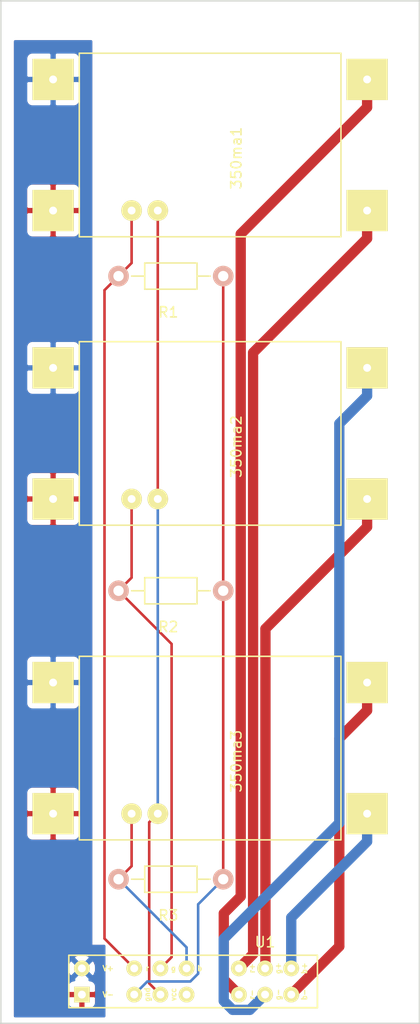
<source format=kicad_pcb>
(kicad_pcb (version 4) (host pcbnew 4.0.2-stable)

  (general
    (links 24)
    (no_connects 0)
    (area 139.624999 27.864999 180.415001 129.615001)
    (thickness 1.6)
    (drawings 4)
    (tracks 55)
    (zones 0)
    (modules 7)
    (nets 14)
  )

  (page A4)
  (layers
    (0 F.Cu signal)
    (31 B.Cu signal)
    (32 B.Adhes user)
    (33 F.Adhes user)
    (34 B.Paste user)
    (35 F.Paste user)
    (36 B.SilkS user)
    (37 F.SilkS user)
    (38 B.Mask user)
    (39 F.Mask user)
    (40 Dwgs.User user)
    (41 Cmts.User user)
    (42 Eco1.User user)
    (43 Eco2.User user)
    (44 Edge.Cuts user)
    (45 Margin user)
    (46 B.CrtYd user)
    (47 F.CrtYd user)
    (48 B.Fab user)
    (49 F.Fab user)
  )

  (setup
    (last_trace_width 0.25)
    (trace_clearance 0.2)
    (zone_clearance 0.508)
    (zone_45_only no)
    (trace_min 0.2)
    (segment_width 0.2)
    (edge_width 0.15)
    (via_size 0.6)
    (via_drill 0.4)
    (via_min_size 0.4)
    (via_min_drill 0.3)
    (uvia_size 0.3)
    (uvia_drill 0.1)
    (uvias_allowed no)
    (uvia_min_size 0.2)
    (uvia_min_drill 0.1)
    (pcb_text_width 0.3)
    (pcb_text_size 1.5 1.5)
    (mod_edge_width 0.15)
    (mod_text_size 1 1)
    (mod_text_width 0.15)
    (pad_size 1.524 1.524)
    (pad_drill 0.762)
    (pad_to_mask_clearance 0.2)
    (aux_axis_origin 0 0)
    (visible_elements FFFFFF7F)
    (pcbplotparams
      (layerselection 0x00030_80000001)
      (usegerberextensions false)
      (excludeedgelayer true)
      (linewidth 0.100000)
      (plotframeref false)
      (viasonmask false)
      (mode 1)
      (useauxorigin false)
      (hpglpennumber 1)
      (hpglpenspeed 20)
      (hpglpendiameter 15)
      (hpglpenoverlay 2)
      (psnegative false)
      (psa4output false)
      (plotreference true)
      (plotvalue true)
      (plotinvisibletext false)
      (padsonsilk false)
      (subtractmaskfromsilk false)
      (outputformat 1)
      (mirror false)
      (drillshape 1)
      (scaleselection 1)
      (outputdirectory ""))
  )

  (net 0 "")
  (net 1 /r+)
  (net 2 /r-)
  (net 3 +24V)
  (net 4 GNDPWR)
  (net 5 "Net-(350ma1-Pad5)")
  (net 6 GND)
  (net 7 /g+)
  (net 8 /g-)
  (net 9 "Net-(350ma2-Pad5)")
  (net 10 /b+)
  (net 11 /b-)
  (net 12 "Net-(350ma3-Pad5)")
  (net 13 VCC)

  (net_class Default "This is the default net class."
    (clearance 0.2)
    (trace_width 0.25)
    (via_dia 0.6)
    (via_drill 0.4)
    (uvia_dia 0.3)
    (uvia_drill 0.1)
    (add_net GND)
    (add_net "Net-(350ma1-Pad5)")
    (add_net "Net-(350ma2-Pad5)")
    (add_net "Net-(350ma3-Pad5)")
    (add_net VCC)
  )

  (net_class led ""
    (clearance 0.2)
    (trace_width 1)
    (via_dia 0.6)
    (via_drill 0.4)
    (uvia_dia 0.3)
    (uvia_drill 0.1)
    (add_net /b+)
    (add_net /b-)
    (add_net /g+)
    (add_net /g-)
    (add_net /r+)
    (add_net /r-)
  )

  (net_class power ""
    (clearance 0.2)
    (trace_width 1)
    (via_dia 0.6)
    (via_drill 0.4)
    (uvia_dia 0.3)
    (uvia_drill 0.1)
    (add_net +24V)
    (add_net GNDPWR)
  )

  (module "lighting:350ma constant current xl4001" (layer F.Cu) (tedit 576E5BAE) (tstamp 577674C4)
    (at 175.26 48.26 90)
    (path /57764C80)
    (fp_text reference 350ma1 (at 5.08 -12.7 90) (layer F.SilkS)
      (effects (font (size 1 1) (thickness 0.15)))
    )
    (fp_text value Led_Driver (at 5.08 -15.24 90) (layer F.Fab)
      (effects (font (size 1 1) (thickness 0.15)))
    )
    (fp_line (start 15.24 -27.94) (end -2.54 -27.94) (layer F.SilkS) (width 0.15))
    (fp_line (start -2.54 -27.94) (end -2.54 -2.54) (layer F.SilkS) (width 0.15))
    (fp_line (start -2.54 -2.54) (end 15.24 -2.54) (layer F.SilkS) (width 0.15))
    (fp_line (start 15.24 -2.54) (end 15.24 -27.94) (layer F.SilkS) (width 0.15))
    (pad 3 thru_hole rect (at 0 0 90) (size 4 4) (drill 0.762) (layers *.Cu *.Mask F.SilkS)
      (net 1 /r+))
    (pad 4 thru_hole rect (at 12.7 0 90) (size 4 4) (drill 0.762) (layers *.Cu *.Mask F.SilkS)
      (net 2 /r-))
    (pad 1 thru_hole rect (at 0 -30.48 90) (size 4 4) (drill 0.762) (layers *.Cu *.Mask F.SilkS)
      (net 3 +24V))
    (pad 2 thru_hole rect (at 12.7 -30.48 90) (size 4 4) (drill 0.762) (layers *.Cu *.Mask F.SilkS)
      (net 4 GNDPWR))
    (pad 5 thru_hole circle (at 0 -22.86 90) (size 2 2) (drill 0.762) (layers *.Cu *.Mask F.SilkS)
      (net 5 "Net-(350ma1-Pad5)"))
    (pad 6 thru_hole circle (at 0 -20.32 90) (size 2 2) (drill 0.762) (layers *.Cu *.Mask F.SilkS)
      (net 6 GND))
  )

  (module "lighting:350ma constant current xl4001" (layer F.Cu) (tedit 576E5BAE) (tstamp 577674CE)
    (at 175.26 76.2 90)
    (path /57764C97)
    (fp_text reference 350ma2 (at 5.08 -12.7 90) (layer F.SilkS)
      (effects (font (size 1 1) (thickness 0.15)))
    )
    (fp_text value Led_Driver (at 5.08 -15.24 90) (layer F.Fab)
      (effects (font (size 1 1) (thickness 0.15)))
    )
    (fp_line (start 15.24 -27.94) (end -2.54 -27.94) (layer F.SilkS) (width 0.15))
    (fp_line (start -2.54 -27.94) (end -2.54 -2.54) (layer F.SilkS) (width 0.15))
    (fp_line (start -2.54 -2.54) (end 15.24 -2.54) (layer F.SilkS) (width 0.15))
    (fp_line (start 15.24 -2.54) (end 15.24 -27.94) (layer F.SilkS) (width 0.15))
    (pad 3 thru_hole rect (at 0 0 90) (size 4 4) (drill 0.762) (layers *.Cu *.Mask F.SilkS)
      (net 7 /g+))
    (pad 4 thru_hole rect (at 12.7 0 90) (size 4 4) (drill 0.762) (layers *.Cu *.Mask F.SilkS)
      (net 8 /g-))
    (pad 1 thru_hole rect (at 0 -30.48 90) (size 4 4) (drill 0.762) (layers *.Cu *.Mask F.SilkS)
      (net 3 +24V))
    (pad 2 thru_hole rect (at 12.7 -30.48 90) (size 4 4) (drill 0.762) (layers *.Cu *.Mask F.SilkS)
      (net 4 GNDPWR))
    (pad 5 thru_hole circle (at 0 -22.86 90) (size 2 2) (drill 0.762) (layers *.Cu *.Mask F.SilkS)
      (net 9 "Net-(350ma2-Pad5)"))
    (pad 6 thru_hole circle (at 0 -20.32 90) (size 2 2) (drill 0.762) (layers *.Cu *.Mask F.SilkS)
      (net 6 GND))
  )

  (module "lighting:350ma constant current xl4001" (layer F.Cu) (tedit 576E5BAE) (tstamp 577674D8)
    (at 175.26 106.68 90)
    (path /57764CC8)
    (fp_text reference 350ma3 (at 5.08 -12.7 90) (layer F.SilkS)
      (effects (font (size 1 1) (thickness 0.15)))
    )
    (fp_text value Led_Driver (at 5.08 -15.24 90) (layer F.Fab)
      (effects (font (size 1 1) (thickness 0.15)))
    )
    (fp_line (start 15.24 -27.94) (end -2.54 -27.94) (layer F.SilkS) (width 0.15))
    (fp_line (start -2.54 -27.94) (end -2.54 -2.54) (layer F.SilkS) (width 0.15))
    (fp_line (start -2.54 -2.54) (end 15.24 -2.54) (layer F.SilkS) (width 0.15))
    (fp_line (start 15.24 -2.54) (end 15.24 -27.94) (layer F.SilkS) (width 0.15))
    (pad 3 thru_hole rect (at 0 0 90) (size 4 4) (drill 0.762) (layers *.Cu *.Mask F.SilkS)
      (net 10 /b+))
    (pad 4 thru_hole rect (at 12.7 0 90) (size 4 4) (drill 0.762) (layers *.Cu *.Mask F.SilkS)
      (net 11 /b-))
    (pad 1 thru_hole rect (at 0 -30.48 90) (size 4 4) (drill 0.762) (layers *.Cu *.Mask F.SilkS)
      (net 3 +24V))
    (pad 2 thru_hole rect (at 12.7 -30.48 90) (size 4 4) (drill 0.762) (layers *.Cu *.Mask F.SilkS)
      (net 4 GNDPWR))
    (pad 5 thru_hole circle (at 0 -22.86 90) (size 2 2) (drill 0.762) (layers *.Cu *.Mask F.SilkS)
      (net 12 "Net-(350ma3-Pad5)"))
    (pad 6 thru_hole circle (at 0 -20.32 90) (size 2 2) (drill 0.762) (layers *.Cu *.Mask F.SilkS)
      (net 6 GND))
  )

  (module Resistors_ThroughHole:Resistor_Horizontal_RM10mm (layer F.Cu) (tedit 56648415) (tstamp 577674DE)
    (at 161.29 54.61 180)
    (descr "Resistor, Axial,  RM 10mm, 1/3W")
    (tags "Resistor Axial RM 10mm 1/3W")
    (path /57764D27)
    (fp_text reference R1 (at 5.32892 -3.50012 180) (layer F.SilkS)
      (effects (font (size 1 1) (thickness 0.15)))
    )
    (fp_text value 10k (at 5.08 3.81 180) (layer F.Fab)
      (effects (font (size 1 1) (thickness 0.15)))
    )
    (fp_line (start -1.25 -1.5) (end 11.4 -1.5) (layer F.CrtYd) (width 0.05))
    (fp_line (start -1.25 1.5) (end -1.25 -1.5) (layer F.CrtYd) (width 0.05))
    (fp_line (start 11.4 -1.5) (end 11.4 1.5) (layer F.CrtYd) (width 0.05))
    (fp_line (start -1.25 1.5) (end 11.4 1.5) (layer F.CrtYd) (width 0.05))
    (fp_line (start 2.54 -1.27) (end 7.62 -1.27) (layer F.SilkS) (width 0.15))
    (fp_line (start 7.62 -1.27) (end 7.62 1.27) (layer F.SilkS) (width 0.15))
    (fp_line (start 7.62 1.27) (end 2.54 1.27) (layer F.SilkS) (width 0.15))
    (fp_line (start 2.54 1.27) (end 2.54 -1.27) (layer F.SilkS) (width 0.15))
    (fp_line (start 2.54 0) (end 1.27 0) (layer F.SilkS) (width 0.15))
    (fp_line (start 7.62 0) (end 8.89 0) (layer F.SilkS) (width 0.15))
    (pad 1 thru_hole circle (at 0 0 180) (size 1.99898 1.99898) (drill 1.00076) (layers *.Cu *.SilkS *.Mask)
      (net 13 VCC))
    (pad 2 thru_hole circle (at 10.16 0 180) (size 1.99898 1.99898) (drill 1.00076) (layers *.Cu *.SilkS *.Mask)
      (net 5 "Net-(350ma1-Pad5)"))
    (model Resistors_ThroughHole.3dshapes/Resistor_Horizontal_RM10mm.wrl
      (at (xyz 0 0 0))
      (scale (xyz 0.4 0.4 0.4))
      (rotate (xyz 0 0 0))
    )
  )

  (module Resistors_ThroughHole:Resistor_Horizontal_RM10mm (layer F.Cu) (tedit 56648415) (tstamp 577674E4)
    (at 161.29 85.09 180)
    (descr "Resistor, Axial,  RM 10mm, 1/3W")
    (tags "Resistor Axial RM 10mm 1/3W")
    (path /57764D90)
    (fp_text reference R2 (at 5.32892 -3.50012 180) (layer F.SilkS)
      (effects (font (size 1 1) (thickness 0.15)))
    )
    (fp_text value 10k (at 5.08 3.81 180) (layer F.Fab)
      (effects (font (size 1 1) (thickness 0.15)))
    )
    (fp_line (start -1.25 -1.5) (end 11.4 -1.5) (layer F.CrtYd) (width 0.05))
    (fp_line (start -1.25 1.5) (end -1.25 -1.5) (layer F.CrtYd) (width 0.05))
    (fp_line (start 11.4 -1.5) (end 11.4 1.5) (layer F.CrtYd) (width 0.05))
    (fp_line (start -1.25 1.5) (end 11.4 1.5) (layer F.CrtYd) (width 0.05))
    (fp_line (start 2.54 -1.27) (end 7.62 -1.27) (layer F.SilkS) (width 0.15))
    (fp_line (start 7.62 -1.27) (end 7.62 1.27) (layer F.SilkS) (width 0.15))
    (fp_line (start 7.62 1.27) (end 2.54 1.27) (layer F.SilkS) (width 0.15))
    (fp_line (start 2.54 1.27) (end 2.54 -1.27) (layer F.SilkS) (width 0.15))
    (fp_line (start 2.54 0) (end 1.27 0) (layer F.SilkS) (width 0.15))
    (fp_line (start 7.62 0) (end 8.89 0) (layer F.SilkS) (width 0.15))
    (pad 1 thru_hole circle (at 0 0 180) (size 1.99898 1.99898) (drill 1.00076) (layers *.Cu *.SilkS *.Mask)
      (net 13 VCC))
    (pad 2 thru_hole circle (at 10.16 0 180) (size 1.99898 1.99898) (drill 1.00076) (layers *.Cu *.SilkS *.Mask)
      (net 9 "Net-(350ma2-Pad5)"))
    (model Resistors_ThroughHole.3dshapes/Resistor_Horizontal_RM10mm.wrl
      (at (xyz 0 0 0))
      (scale (xyz 0.4 0.4 0.4))
      (rotate (xyz 0 0 0))
    )
  )

  (module Resistors_ThroughHole:Resistor_Horizontal_RM10mm (layer F.Cu) (tedit 56648415) (tstamp 577674EA)
    (at 161.29 113.03 180)
    (descr "Resistor, Axial,  RM 10mm, 1/3W")
    (tags "Resistor Axial RM 10mm 1/3W")
    (path /57764DCB)
    (fp_text reference R3 (at 5.32892 -3.50012 180) (layer F.SilkS)
      (effects (font (size 1 1) (thickness 0.15)))
    )
    (fp_text value 10k (at 5.08 3.81 180) (layer F.Fab)
      (effects (font (size 1 1) (thickness 0.15)))
    )
    (fp_line (start -1.25 -1.5) (end 11.4 -1.5) (layer F.CrtYd) (width 0.05))
    (fp_line (start -1.25 1.5) (end -1.25 -1.5) (layer F.CrtYd) (width 0.05))
    (fp_line (start 11.4 -1.5) (end 11.4 1.5) (layer F.CrtYd) (width 0.05))
    (fp_line (start -1.25 1.5) (end 11.4 1.5) (layer F.CrtYd) (width 0.05))
    (fp_line (start 2.54 -1.27) (end 7.62 -1.27) (layer F.SilkS) (width 0.15))
    (fp_line (start 7.62 -1.27) (end 7.62 1.27) (layer F.SilkS) (width 0.15))
    (fp_line (start 7.62 1.27) (end 2.54 1.27) (layer F.SilkS) (width 0.15))
    (fp_line (start 2.54 1.27) (end 2.54 -1.27) (layer F.SilkS) (width 0.15))
    (fp_line (start 2.54 0) (end 1.27 0) (layer F.SilkS) (width 0.15))
    (fp_line (start 7.62 0) (end 8.89 0) (layer F.SilkS) (width 0.15))
    (pad 1 thru_hole circle (at 0 0 180) (size 1.99898 1.99898) (drill 1.00076) (layers *.Cu *.SilkS *.Mask)
      (net 13 VCC))
    (pad 2 thru_hole circle (at 10.16 0 180) (size 1.99898 1.99898) (drill 1.00076) (layers *.Cu *.SilkS *.Mask)
      (net 12 "Net-(350ma3-Pad5)"))
    (model Resistors_ThroughHole.3dshapes/Resistor_Horizontal_RM10mm.wrl
      (at (xyz 0 0 0))
      (scale (xyz 0.4 0.4 0.4))
      (rotate (xyz 0 0 0))
    )
  )

  (module lighting:rgb.breakout (layer F.Cu) (tedit 57764A8B) (tstamp 577674FC)
    (at 150.114 124.206)
    (path /57764CEE)
    (fp_text reference U1 (at 15.24 -5.08) (layer F.SilkS)
      (effects (font (size 1 1) (thickness 0.15)))
    )
    (fp_text value rgb.breakout (at 5.08 -5.08) (layer F.Fab)
      (effects (font (size 1 1) (thickness 0.15)))
    )
    (fp_line (start -1.27 1.27) (end -3.81 1.27) (layer F.SilkS) (width 0.15))
    (fp_line (start -3.81 -3.81) (end -1.27 -3.81) (layer F.SilkS) (width 0.15))
    (fp_line (start 16.51 -3.81) (end 20.32 -3.81) (layer F.SilkS) (width 0.15))
    (fp_line (start 20.32 -3.81) (end 20.32 1.27) (layer F.SilkS) (width 0.15))
    (fp_line (start 20.32 1.27) (end 16.51 1.27) (layer F.SilkS) (width 0.15))
    (fp_line (start 16.51 1.27) (end 20.32 1.27) (layer F.SilkS) (width 0.15))
    (fp_text user b+ (at 19.05 -2.54 270) (layer F.SilkS)
      (effects (font (size 0.5 0.5) (thickness 0.125)))
    )
    (fp_text user b- (at 19.05 0 270) (layer F.SilkS)
      (effects (font (size 0.5 0.5) (thickness 0.125)))
    )
    (fp_text user g- (at 16.51 0 270) (layer F.SilkS)
      (effects (font (size 0.5 0.5) (thickness 0.125)))
    )
    (fp_text user g+ (at 16.51 -2.54 270) (layer F.SilkS)
      (effects (font (size 0.5 0.5) (thickness 0.125)))
    )
    (fp_text user r+ (at 13.97 -2.54 270) (layer F.SilkS)
      (effects (font (size 0.5 0.5) (thickness 0.125)))
    )
    (fp_text user r- (at 13.97 0 270) (layer F.SilkS)
      (effects (font (size 0.5 0.5) (thickness 0.125)))
    )
    (fp_text user vcc (at 6.35 0 90) (layer F.SilkS)
      (effects (font (size 0.5 0.5) (thickness 0.125)))
    )
    (fp_text user gnd (at 3.81 0 90) (layer F.SilkS)
      (effects (font (size 0.5 0.5) (thickness 0.125)))
    )
    (fp_text user V- (at 0 0) (layer F.SilkS)
      (effects (font (size 0.5 0.5) (thickness 0.125)))
    )
    (fp_text user V+ (at 0 -2.54) (layer F.SilkS)
      (effects (font (size 0.5 0.5) (thickness 0.125)))
    )
    (fp_text user b (at 8.89 -2.54) (layer F.SilkS)
      (effects (font (size 0.5 0.5) (thickness 0.125)))
    )
    (fp_text user g (at 6.35 -2.54) (layer F.SilkS)
      (effects (font (size 0.5 0.5) (thickness 0.125)))
    )
    (fp_text user r (at 3.81 -2.54) (layer F.SilkS)
      (effects (font (size 0.5 0.5) (thickness 0.125)))
    )
    (fp_line (start -3.81 -3.81) (end -3.81 1.27) (layer F.SilkS) (width 0.15))
    (fp_line (start -1.27 1.27) (end 16.51 1.27) (layer F.SilkS) (width 0.15))
    (fp_line (start 20.32 1.27) (end 20.32 -3.81) (layer F.SilkS) (width 0.15))
    (fp_line (start 16.51 -3.81) (end -1.27 -3.81) (layer F.SilkS) (width 0.15))
    (pad 1 thru_hole rect (at -2.54 0) (size 1.524 1.524) (drill 0.762) (layers *.Cu *.Mask F.SilkS)
      (net 3 +24V))
    (pad 3 thru_hole circle (at 2.54 0) (size 1.524 1.524) (drill 0.762) (layers *.Cu *.Mask F.SilkS)
      (net 13 VCC))
    (pad 4 thru_hole circle (at 5.08 0) (size 1.524 1.524) (drill 0.762) (layers *.Cu *.Mask F.SilkS)
      (net 6 GND))
    (pad "" thru_hole circle (at 7.62 0) (size 1.524 1.524) (drill 0.762) (layers *.Cu *.Mask F.SilkS))
    (pad 9 thru_hole circle (at 12.7 0) (size 1.524 1.524) (drill 0.762) (layers *.Cu *.Mask F.SilkS)
      (net 2 /r-))
    (pad 11 thru_hole circle (at 15.24 0) (size 1.524 1.524) (drill 0.762) (layers *.Cu *.Mask F.SilkS)
      (net 8 /g-))
    (pad 13 thru_hole circle (at 17.78 0) (size 1.524 1.524) (drill 0.762) (layers *.Cu *.Mask F.SilkS)
      (net 11 /b-))
    (pad 2 thru_hole circle (at -2.54 -2.54) (size 1.524 1.524) (drill 0.762) (layers *.Cu *.Mask F.SilkS)
      (net 4 GNDPWR))
    (pad 5 thru_hole circle (at 2.54 -2.54) (size 1.524 1.524) (drill 0.762) (layers *.Cu *.Mask F.SilkS)
      (net 5 "Net-(350ma1-Pad5)"))
    (pad 6 thru_hole circle (at 5.08 -2.54) (size 1.524 1.524) (drill 0.762) (layers *.Cu *.Mask F.SilkS)
      (net 9 "Net-(350ma2-Pad5)"))
    (pad 7 thru_hole circle (at 7.62 -2.54) (size 1.524 1.524) (drill 0.762) (layers *.Cu *.Mask F.SilkS)
      (net 12 "Net-(350ma3-Pad5)"))
    (pad 8 thru_hole circle (at 12.7 -2.54) (size 1.524 1.524) (drill 0.762) (layers *.Cu *.Mask F.SilkS)
      (net 1 /r+))
    (pad 10 thru_hole circle (at 15.24 -2.54) (size 1.524 1.524) (drill 0.762) (layers *.Cu *.Mask F.SilkS)
      (net 7 /g+))
    (pad 12 thru_hole circle (at 17.78 -2.54) (size 1.524 1.524) (drill 0.762) (layers *.Cu *.Mask F.SilkS)
      (net 10 /b+))
  )

  (gr_line (start 180.34 27.94) (end 139.7 27.94) (angle 90) (layer Edge.Cuts) (width 0.15))
  (gr_line (start 180.34 127) (end 180.34 27.94) (angle 90) (layer Edge.Cuts) (width 0.15))
  (gr_line (start 139.7 127) (end 180.34 127) (angle 90) (layer Edge.Cuts) (width 0.15))
  (gr_line (start 139.7 27.94) (end 139.7 127) (angle 90) (layer Edge.Cuts) (width 0.15))

  (segment (start 175.26 48.26) (end 175.26 50.9603) (width 1) (layer F.Cu) (net 1))
  (segment (start 164.1902 62.0301) (end 175.26 50.9603) (width 1) (layer F.Cu) (net 1))
  (segment (start 164.1902 120.2898) (end 164.1902 62.0301) (width 1) (layer F.Cu) (net 1))
  (segment (start 162.814 121.666) (end 164.1902 120.2898) (width 1) (layer F.Cu) (net 1))
  (segment (start 162.9899 50.5304) (end 175.26 38.2603) (width 1) (layer F.Cu) (net 2))
  (segment (start 162.9899 114.6994) (end 162.9899 50.5304) (width 1) (layer F.Cu) (net 2))
  (segment (start 161.3478 116.3415) (end 162.9899 114.6994) (width 1) (layer F.Cu) (net 2))
  (segment (start 161.3478 122.7398) (end 161.3478 116.3415) (width 1) (layer F.Cu) (net 2))
  (segment (start 162.814 124.206) (end 161.3478 122.7398) (width 1) (layer F.Cu) (net 2))
  (segment (start 175.26 35.56) (end 175.26 38.2603) (width 1) (layer F.Cu) (net 2))
  (segment (start 152.4 53.34) (end 152.4 48.26) (width 0.25) (layer F.Cu) (net 5))
  (segment (start 151.13 54.61) (end 152.4 53.34) (width 0.25) (layer F.Cu) (net 5))
  (segment (start 149.7684 55.9716) (end 151.13 54.61) (width 0.25) (layer F.Cu) (net 5))
  (segment (start 149.7684 118.7804) (end 149.7684 55.9716) (width 0.25) (layer F.Cu) (net 5))
  (segment (start 152.654 121.666) (end 149.7684 118.7804) (width 0.25) (layer F.Cu) (net 5))
  (segment (start 154.1066 107.5134) (end 154.94 106.68) (width 0.25) (layer F.Cu) (net 6))
  (segment (start 154.1066 123.1186) (end 154.1066 107.5134) (width 0.25) (layer F.Cu) (net 6))
  (segment (start 155.194 124.206) (end 154.1066 123.1186) (width 0.25) (layer F.Cu) (net 6))
  (segment (start 154.94 106.68) (end 154.94 76.2) (width 0.25) (layer B.Cu) (net 6))
  (segment (start 154.94 76.2) (end 154.94 48.26) (width 0.25) (layer F.Cu) (net 6))
  (segment (start 175.26 76.2) (end 175.26 78.9003) (width 1) (layer F.Cu) (net 7))
  (segment (start 165.3905 88.7698) (end 175.26 78.9003) (width 1) (layer F.Cu) (net 7))
  (segment (start 165.3905 121.6295) (end 165.3905 88.7698) (width 1) (layer F.Cu) (net 7))
  (segment (start 165.354 121.666) (end 165.3905 121.6295) (width 1) (layer F.Cu) (net 7))
  (segment (start 172.5597 68.9006) (end 175.26 66.2003) (width 1) (layer B.Cu) (net 8))
  (segment (start 172.5597 107.5834) (end 172.5597 68.9006) (width 1) (layer B.Cu) (net 8))
  (segment (start 161.3415 118.8016) (end 172.5597 107.5834) (width 1) (layer B.Cu) (net 8))
  (segment (start 161.3415 124.8153) (end 161.3415 118.8016) (width 1) (layer B.Cu) (net 8))
  (segment (start 162.2109 125.6847) (end 161.3415 124.8153) (width 1) (layer B.Cu) (net 8))
  (segment (start 163.8753 125.6847) (end 162.2109 125.6847) (width 1) (layer B.Cu) (net 8))
  (segment (start 165.354 124.206) (end 163.8753 125.6847) (width 1) (layer B.Cu) (net 8))
  (segment (start 175.26 63.5) (end 175.26 66.2003) (width 1) (layer B.Cu) (net 8))
  (segment (start 152.4 83.82) (end 151.13 85.09) (width 0.25) (layer F.Cu) (net 9))
  (segment (start 152.4 76.2) (end 152.4 83.82) (width 0.25) (layer F.Cu) (net 9))
  (segment (start 156.2818 90.2418) (end 151.13 85.09) (width 0.25) (layer F.Cu) (net 9))
  (segment (start 156.2818 120.5782) (end 156.2818 90.2418) (width 0.25) (layer F.Cu) (net 9))
  (segment (start 155.194 121.666) (end 156.2818 120.5782) (width 0.25) (layer F.Cu) (net 9))
  (segment (start 167.894 116.7463) (end 175.26 109.3803) (width 1) (layer B.Cu) (net 10))
  (segment (start 167.894 121.666) (end 167.894 116.7463) (width 1) (layer B.Cu) (net 10))
  (segment (start 175.26 106.68) (end 175.26 109.3803) (width 1) (layer B.Cu) (net 10))
  (segment (start 172.5597 99.3806) (end 175.26 96.6803) (width 1) (layer F.Cu) (net 11))
  (segment (start 172.5597 119.5403) (end 172.5597 99.3806) (width 1) (layer F.Cu) (net 11))
  (segment (start 167.894 124.206) (end 172.5597 119.5403) (width 1) (layer F.Cu) (net 11))
  (segment (start 175.26 93.98) (end 175.26 96.6803) (width 1) (layer F.Cu) (net 11))
  (segment (start 157.734 119.634) (end 151.13 113.03) (width 0.25) (layer B.Cu) (net 12))
  (segment (start 157.734 121.666) (end 157.734 119.634) (width 0.25) (layer B.Cu) (net 12))
  (segment (start 152.4 111.76) (end 152.4 106.68) (width 0.25) (layer F.Cu) (net 12))
  (segment (start 151.13 113.03) (end 152.4 111.76) (width 0.25) (layer F.Cu) (net 12))
  (segment (start 158.8564 115.4636) (end 161.29 113.03) (width 0.25) (layer B.Cu) (net 13))
  (segment (start 158.8564 122.1789) (end 158.8564 115.4636) (width 0.25) (layer B.Cu) (net 13))
  (segment (start 158.0993 122.936) (end 158.8564 122.1789) (width 0.25) (layer B.Cu) (net 13))
  (segment (start 153.924 122.936) (end 158.0993 122.936) (width 0.25) (layer B.Cu) (net 13))
  (segment (start 152.654 124.206) (end 153.924 122.936) (width 0.25) (layer B.Cu) (net 13))
  (segment (start 161.29 113.03) (end 161.29 85.09) (width 0.25) (layer F.Cu) (net 13))
  (segment (start 161.29 85.09) (end 161.29 54.61) (width 0.25) (layer F.Cu) (net 13))

  (zone (net 3) (net_name +24V) (layer F.Cu) (tstamp 0) (hatch edge 0.508)
    (connect_pads (clearance 0.508))
    (min_thickness 0.254)
    (fill yes (arc_segments 16) (thermal_gap 0.508) (thermal_bridge_width 0.508))
    (polygon
      (pts
        (xy 140.97 127) (xy 149.86 127) (xy 149.86 119.38) (xy 148.59 119.38) (xy 148.59 31.75)
        (xy 140.97 31.75)
      )
    )
    (filled_polygon
      (pts
        (xy 148.463 119.38) (xy 148.473006 119.42941) (xy 148.501447 119.471035) (xy 148.543841 119.498315) (xy 148.59 119.507)
        (xy 149.733 119.507) (xy 149.733 126.29) (xy 141.097 126.29) (xy 141.097 124.49175) (xy 146.177 124.49175)
        (xy 146.177 125.09431) (xy 146.273673 125.327699) (xy 146.452302 125.506327) (xy 146.685691 125.603) (xy 147.28825 125.603)
        (xy 147.447 125.44425) (xy 147.447 124.333) (xy 147.701 124.333) (xy 147.701 125.44425) (xy 147.85975 125.603)
        (xy 148.462309 125.603) (xy 148.695698 125.506327) (xy 148.874327 125.327699) (xy 148.971 125.09431) (xy 148.971 124.49175)
        (xy 148.81225 124.333) (xy 147.701 124.333) (xy 147.447 124.333) (xy 146.33575 124.333) (xy 146.177 124.49175)
        (xy 141.097 124.49175) (xy 141.097 121.942661) (xy 146.176758 121.942661) (xy 146.38899 122.456303) (xy 146.741072 122.809)
        (xy 146.685691 122.809) (xy 146.452302 122.905673) (xy 146.273673 123.084301) (xy 146.177 123.31769) (xy 146.177 123.92025)
        (xy 146.33575 124.079) (xy 147.447 124.079) (xy 147.447 124.059) (xy 147.701 124.059) (xy 147.701 124.079)
        (xy 148.81225 124.079) (xy 148.971 123.92025) (xy 148.971 123.31769) (xy 148.874327 123.084301) (xy 148.695698 122.905673)
        (xy 148.462309 122.809) (xy 148.406386 122.809) (xy 148.757629 122.45837) (xy 148.970757 121.9451) (xy 148.971242 121.389339)
        (xy 148.75901 120.875697) (xy 148.36637 120.482371) (xy 147.8531 120.269243) (xy 147.297339 120.268758) (xy 146.783697 120.48099)
        (xy 146.390371 120.87363) (xy 146.177243 121.3869) (xy 146.176758 121.942661) (xy 141.097 121.942661) (xy 141.097 106.96575)
        (xy 142.145 106.96575) (xy 142.145 108.806309) (xy 142.241673 109.039698) (xy 142.420301 109.218327) (xy 142.65369 109.315)
        (xy 144.49425 109.315) (xy 144.653 109.15625) (xy 144.653 106.807) (xy 144.907 106.807) (xy 144.907 109.15625)
        (xy 145.06575 109.315) (xy 146.90631 109.315) (xy 147.139699 109.218327) (xy 147.318327 109.039698) (xy 147.415 108.806309)
        (xy 147.415 106.96575) (xy 147.25625 106.807) (xy 144.907 106.807) (xy 144.653 106.807) (xy 142.30375 106.807)
        (xy 142.145 106.96575) (xy 141.097 106.96575) (xy 141.097 104.553691) (xy 142.145 104.553691) (xy 142.145 106.39425)
        (xy 142.30375 106.553) (xy 144.653 106.553) (xy 144.653 104.20375) (xy 144.907 104.20375) (xy 144.907 106.553)
        (xy 147.25625 106.553) (xy 147.415 106.39425) (xy 147.415 104.553691) (xy 147.318327 104.320302) (xy 147.139699 104.141673)
        (xy 146.90631 104.045) (xy 145.06575 104.045) (xy 144.907 104.20375) (xy 144.653 104.20375) (xy 144.49425 104.045)
        (xy 142.65369 104.045) (xy 142.420301 104.141673) (xy 142.241673 104.320302) (xy 142.145 104.553691) (xy 141.097 104.553691)
        (xy 141.097 91.98) (xy 142.13256 91.98) (xy 142.13256 95.98) (xy 142.176838 96.215317) (xy 142.31591 96.431441)
        (xy 142.52811 96.576431) (xy 142.78 96.62744) (xy 146.78 96.62744) (xy 147.015317 96.583162) (xy 147.231441 96.44409)
        (xy 147.376431 96.23189) (xy 147.42744 95.98) (xy 147.42744 91.98) (xy 147.383162 91.744683) (xy 147.24409 91.528559)
        (xy 147.03189 91.383569) (xy 146.78 91.33256) (xy 142.78 91.33256) (xy 142.544683 91.376838) (xy 142.328559 91.51591)
        (xy 142.183569 91.72811) (xy 142.13256 91.98) (xy 141.097 91.98) (xy 141.097 76.48575) (xy 142.145 76.48575)
        (xy 142.145 78.326309) (xy 142.241673 78.559698) (xy 142.420301 78.738327) (xy 142.65369 78.835) (xy 144.49425 78.835)
        (xy 144.653 78.67625) (xy 144.653 76.327) (xy 144.907 76.327) (xy 144.907 78.67625) (xy 145.06575 78.835)
        (xy 146.90631 78.835) (xy 147.139699 78.738327) (xy 147.318327 78.559698) (xy 147.415 78.326309) (xy 147.415 76.48575)
        (xy 147.25625 76.327) (xy 144.907 76.327) (xy 144.653 76.327) (xy 142.30375 76.327) (xy 142.145 76.48575)
        (xy 141.097 76.48575) (xy 141.097 74.073691) (xy 142.145 74.073691) (xy 142.145 75.91425) (xy 142.30375 76.073)
        (xy 144.653 76.073) (xy 144.653 73.72375) (xy 144.907 73.72375) (xy 144.907 76.073) (xy 147.25625 76.073)
        (xy 147.415 75.91425) (xy 147.415 74.073691) (xy 147.318327 73.840302) (xy 147.139699 73.661673) (xy 146.90631 73.565)
        (xy 145.06575 73.565) (xy 144.907 73.72375) (xy 144.653 73.72375) (xy 144.49425 73.565) (xy 142.65369 73.565)
        (xy 142.420301 73.661673) (xy 142.241673 73.840302) (xy 142.145 74.073691) (xy 141.097 74.073691) (xy 141.097 61.5)
        (xy 142.13256 61.5) (xy 142.13256 65.5) (xy 142.176838 65.735317) (xy 142.31591 65.951441) (xy 142.52811 66.096431)
        (xy 142.78 66.14744) (xy 146.78 66.14744) (xy 147.015317 66.103162) (xy 147.231441 65.96409) (xy 147.376431 65.75189)
        (xy 147.42744 65.5) (xy 147.42744 61.5) (xy 147.383162 61.264683) (xy 147.24409 61.048559) (xy 147.03189 60.903569)
        (xy 146.78 60.85256) (xy 142.78 60.85256) (xy 142.544683 60.896838) (xy 142.328559 61.03591) (xy 142.183569 61.24811)
        (xy 142.13256 61.5) (xy 141.097 61.5) (xy 141.097 48.54575) (xy 142.145 48.54575) (xy 142.145 50.386309)
        (xy 142.241673 50.619698) (xy 142.420301 50.798327) (xy 142.65369 50.895) (xy 144.49425 50.895) (xy 144.653 50.73625)
        (xy 144.653 48.387) (xy 144.907 48.387) (xy 144.907 50.73625) (xy 145.06575 50.895) (xy 146.90631 50.895)
        (xy 147.139699 50.798327) (xy 147.318327 50.619698) (xy 147.415 50.386309) (xy 147.415 48.54575) (xy 147.25625 48.387)
        (xy 144.907 48.387) (xy 144.653 48.387) (xy 142.30375 48.387) (xy 142.145 48.54575) (xy 141.097 48.54575)
        (xy 141.097 46.133691) (xy 142.145 46.133691) (xy 142.145 47.97425) (xy 142.30375 48.133) (xy 144.653 48.133)
        (xy 144.653 45.78375) (xy 144.907 45.78375) (xy 144.907 48.133) (xy 147.25625 48.133) (xy 147.415 47.97425)
        (xy 147.415 46.133691) (xy 147.318327 45.900302) (xy 147.139699 45.721673) (xy 146.90631 45.625) (xy 145.06575 45.625)
        (xy 144.907 45.78375) (xy 144.653 45.78375) (xy 144.49425 45.625) (xy 142.65369 45.625) (xy 142.420301 45.721673)
        (xy 142.241673 45.900302) (xy 142.145 46.133691) (xy 141.097 46.133691) (xy 141.097 33.56) (xy 142.13256 33.56)
        (xy 142.13256 37.56) (xy 142.176838 37.795317) (xy 142.31591 38.011441) (xy 142.52811 38.156431) (xy 142.78 38.20744)
        (xy 146.78 38.20744) (xy 147.015317 38.163162) (xy 147.231441 38.02409) (xy 147.376431 37.81189) (xy 147.42744 37.56)
        (xy 147.42744 33.56) (xy 147.383162 33.324683) (xy 147.24409 33.108559) (xy 147.03189 32.963569) (xy 146.78 32.91256)
        (xy 142.78 32.91256) (xy 142.544683 32.956838) (xy 142.328559 33.09591) (xy 142.183569 33.30811) (xy 142.13256 33.56)
        (xy 141.097 33.56) (xy 141.097 31.877) (xy 148.463 31.877)
      )
    )
  )
  (zone (net 4) (net_name GNDPWR) (layer B.Cu) (tstamp 0) (hatch edge 0.508)
    (connect_pads (clearance 0.508))
    (min_thickness 0.254)
    (fill yes (arc_segments 16) (thermal_gap 0.508) (thermal_bridge_width 0.508))
    (polygon
      (pts
        (xy 140.97 127) (xy 149.86 127) (xy 149.86 119.38) (xy 148.59 119.38) (xy 148.59 31.75)
        (xy 140.97 31.75)
      )
    )
    (filled_polygon
      (pts
        (xy 148.463 119.38) (xy 148.473006 119.42941) (xy 148.501447 119.471035) (xy 148.543841 119.498315) (xy 148.59 119.507)
        (xy 149.733 119.507) (xy 149.733 126.29) (xy 141.097 126.29) (xy 141.097 123.444) (xy 146.16456 123.444)
        (xy 146.16456 124.968) (xy 146.208838 125.203317) (xy 146.34791 125.419441) (xy 146.56011 125.564431) (xy 146.812 125.61544)
        (xy 148.336 125.61544) (xy 148.571317 125.571162) (xy 148.787441 125.43209) (xy 148.932431 125.21989) (xy 148.98344 124.968)
        (xy 148.98344 123.444) (xy 148.939162 123.208683) (xy 148.80009 122.992559) (xy 148.58789 122.847569) (xy 148.336 122.79656)
        (xy 148.331484 122.79656) (xy 148.374608 122.646213) (xy 147.574 121.845605) (xy 146.773392 122.646213) (xy 146.816516 122.79656)
        (xy 146.812 122.79656) (xy 146.576683 122.840838) (xy 146.360559 122.97991) (xy 146.215569 123.19211) (xy 146.16456 123.444)
        (xy 141.097 123.444) (xy 141.097 121.458302) (xy 146.164856 121.458302) (xy 146.192638 122.013368) (xy 146.351603 122.397143)
        (xy 146.593787 122.466608) (xy 147.394395 121.666) (xy 147.753605 121.666) (xy 148.554213 122.466608) (xy 148.796397 122.397143)
        (xy 148.983144 121.873698) (xy 148.955362 121.318632) (xy 148.796397 120.934857) (xy 148.554213 120.865392) (xy 147.753605 121.666)
        (xy 147.394395 121.666) (xy 146.593787 120.865392) (xy 146.351603 120.934857) (xy 146.164856 121.458302) (xy 141.097 121.458302)
        (xy 141.097 120.685787) (xy 146.773392 120.685787) (xy 147.574 121.486395) (xy 148.374608 120.685787) (xy 148.305143 120.443603)
        (xy 147.781698 120.256856) (xy 147.226632 120.284638) (xy 146.842857 120.443603) (xy 146.773392 120.685787) (xy 141.097 120.685787)
        (xy 141.097 104.68) (xy 142.13256 104.68) (xy 142.13256 108.68) (xy 142.176838 108.915317) (xy 142.31591 109.131441)
        (xy 142.52811 109.276431) (xy 142.78 109.32744) (xy 146.78 109.32744) (xy 147.015317 109.283162) (xy 147.231441 109.14409)
        (xy 147.376431 108.93189) (xy 147.42744 108.68) (xy 147.42744 104.68) (xy 147.383162 104.444683) (xy 147.24409 104.228559)
        (xy 147.03189 104.083569) (xy 146.78 104.03256) (xy 142.78 104.03256) (xy 142.544683 104.076838) (xy 142.328559 104.21591)
        (xy 142.183569 104.42811) (xy 142.13256 104.68) (xy 141.097 104.68) (xy 141.097 94.26575) (xy 142.145 94.26575)
        (xy 142.145 96.106309) (xy 142.241673 96.339698) (xy 142.420301 96.518327) (xy 142.65369 96.615) (xy 144.49425 96.615)
        (xy 144.653 96.45625) (xy 144.653 94.107) (xy 144.907 94.107) (xy 144.907 96.45625) (xy 145.06575 96.615)
        (xy 146.90631 96.615) (xy 147.139699 96.518327) (xy 147.318327 96.339698) (xy 147.415 96.106309) (xy 147.415 94.26575)
        (xy 147.25625 94.107) (xy 144.907 94.107) (xy 144.653 94.107) (xy 142.30375 94.107) (xy 142.145 94.26575)
        (xy 141.097 94.26575) (xy 141.097 91.853691) (xy 142.145 91.853691) (xy 142.145 93.69425) (xy 142.30375 93.853)
        (xy 144.653 93.853) (xy 144.653 91.50375) (xy 144.907 91.50375) (xy 144.907 93.853) (xy 147.25625 93.853)
        (xy 147.415 93.69425) (xy 147.415 91.853691) (xy 147.318327 91.620302) (xy 147.139699 91.441673) (xy 146.90631 91.345)
        (xy 145.06575 91.345) (xy 144.907 91.50375) (xy 144.653 91.50375) (xy 144.49425 91.345) (xy 142.65369 91.345)
        (xy 142.420301 91.441673) (xy 142.241673 91.620302) (xy 142.145 91.853691) (xy 141.097 91.853691) (xy 141.097 74.2)
        (xy 142.13256 74.2) (xy 142.13256 78.2) (xy 142.176838 78.435317) (xy 142.31591 78.651441) (xy 142.52811 78.796431)
        (xy 142.78 78.84744) (xy 146.78 78.84744) (xy 147.015317 78.803162) (xy 147.231441 78.66409) (xy 147.376431 78.45189)
        (xy 147.42744 78.2) (xy 147.42744 74.2) (xy 147.383162 73.964683) (xy 147.24409 73.748559) (xy 147.03189 73.603569)
        (xy 146.78 73.55256) (xy 142.78 73.55256) (xy 142.544683 73.596838) (xy 142.328559 73.73591) (xy 142.183569 73.94811)
        (xy 142.13256 74.2) (xy 141.097 74.2) (xy 141.097 63.78575) (xy 142.145 63.78575) (xy 142.145 65.626309)
        (xy 142.241673 65.859698) (xy 142.420301 66.038327) (xy 142.65369 66.135) (xy 144.49425 66.135) (xy 144.653 65.97625)
        (xy 144.653 63.627) (xy 144.907 63.627) (xy 144.907 65.97625) (xy 145.06575 66.135) (xy 146.90631 66.135)
        (xy 147.139699 66.038327) (xy 147.318327 65.859698) (xy 147.415 65.626309) (xy 147.415 63.78575) (xy 147.25625 63.627)
        (xy 144.907 63.627) (xy 144.653 63.627) (xy 142.30375 63.627) (xy 142.145 63.78575) (xy 141.097 63.78575)
        (xy 141.097 61.373691) (xy 142.145 61.373691) (xy 142.145 63.21425) (xy 142.30375 63.373) (xy 144.653 63.373)
        (xy 144.653 61.02375) (xy 144.907 61.02375) (xy 144.907 63.373) (xy 147.25625 63.373) (xy 147.415 63.21425)
        (xy 147.415 61.373691) (xy 147.318327 61.140302) (xy 147.139699 60.961673) (xy 146.90631 60.865) (xy 145.06575 60.865)
        (xy 144.907 61.02375) (xy 144.653 61.02375) (xy 144.49425 60.865) (xy 142.65369 60.865) (xy 142.420301 60.961673)
        (xy 142.241673 61.140302) (xy 142.145 61.373691) (xy 141.097 61.373691) (xy 141.097 46.26) (xy 142.13256 46.26)
        (xy 142.13256 50.26) (xy 142.176838 50.495317) (xy 142.31591 50.711441) (xy 142.52811 50.856431) (xy 142.78 50.90744)
        (xy 146.78 50.90744) (xy 147.015317 50.863162) (xy 147.231441 50.72409) (xy 147.376431 50.51189) (xy 147.42744 50.26)
        (xy 147.42744 46.26) (xy 147.383162 46.024683) (xy 147.24409 45.808559) (xy 147.03189 45.663569) (xy 146.78 45.61256)
        (xy 142.78 45.61256) (xy 142.544683 45.656838) (xy 142.328559 45.79591) (xy 142.183569 46.00811) (xy 142.13256 46.26)
        (xy 141.097 46.26) (xy 141.097 35.84575) (xy 142.145 35.84575) (xy 142.145 37.686309) (xy 142.241673 37.919698)
        (xy 142.420301 38.098327) (xy 142.65369 38.195) (xy 144.49425 38.195) (xy 144.653 38.03625) (xy 144.653 35.687)
        (xy 144.907 35.687) (xy 144.907 38.03625) (xy 145.06575 38.195) (xy 146.90631 38.195) (xy 147.139699 38.098327)
        (xy 147.318327 37.919698) (xy 147.415 37.686309) (xy 147.415 35.84575) (xy 147.25625 35.687) (xy 144.907 35.687)
        (xy 144.653 35.687) (xy 142.30375 35.687) (xy 142.145 35.84575) (xy 141.097 35.84575) (xy 141.097 33.433691)
        (xy 142.145 33.433691) (xy 142.145 35.27425) (xy 142.30375 35.433) (xy 144.653 35.433) (xy 144.653 33.08375)
        (xy 144.907 33.08375) (xy 144.907 35.433) (xy 147.25625 35.433) (xy 147.415 35.27425) (xy 147.415 33.433691)
        (xy 147.318327 33.200302) (xy 147.139699 33.021673) (xy 146.90631 32.925) (xy 145.06575 32.925) (xy 144.907 33.08375)
        (xy 144.653 33.08375) (xy 144.49425 32.925) (xy 142.65369 32.925) (xy 142.420301 33.021673) (xy 142.241673 33.200302)
        (xy 142.145 33.433691) (xy 141.097 33.433691) (xy 141.097 31.877) (xy 148.463 31.877)
      )
    )
  )
)

</source>
